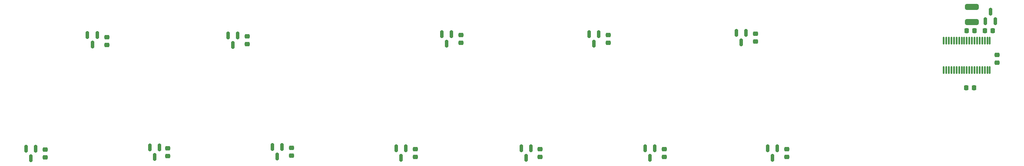
<source format=gtp>
G04 #@! TF.GenerationSoftware,KiCad,Pcbnew,(6.0.7)*
G04 #@! TF.CreationDate,2022-09-28T12:09:05-04:00*
G04 #@! TF.ProjectId,developmentboard,64657665-6c6f-4706-9d65-6e74626f6172,rev?*
G04 #@! TF.SameCoordinates,Original*
G04 #@! TF.FileFunction,Paste,Top*
G04 #@! TF.FilePolarity,Positive*
%FSLAX46Y46*%
G04 Gerber Fmt 4.6, Leading zero omitted, Abs format (unit mm)*
G04 Created by KiCad (PCBNEW (6.0.7)) date 2022-09-28 12:09:05*
%MOMM*%
%LPD*%
G01*
G04 APERTURE LIST*
G04 Aperture macros list*
%AMRoundRect*
0 Rectangle with rounded corners*
0 $1 Rounding radius*
0 $2 $3 $4 $5 $6 $7 $8 $9 X,Y pos of 4 corners*
0 Add a 4 corners polygon primitive as box body*
4,1,4,$2,$3,$4,$5,$6,$7,$8,$9,$2,$3,0*
0 Add four circle primitives for the rounded corners*
1,1,$1+$1,$2,$3*
1,1,$1+$1,$4,$5*
1,1,$1+$1,$6,$7*
1,1,$1+$1,$8,$9*
0 Add four rect primitives between the rounded corners*
20,1,$1+$1,$2,$3,$4,$5,0*
20,1,$1+$1,$4,$5,$6,$7,0*
20,1,$1+$1,$6,$7,$8,$9,0*
20,1,$1+$1,$8,$9,$2,$3,0*%
G04 Aperture macros list end*
%ADD10RoundRect,0.225000X-0.225000X-0.250000X0.225000X-0.250000X0.225000X0.250000X-0.225000X0.250000X0*%
%ADD11RoundRect,0.225000X0.225000X0.250000X-0.225000X0.250000X-0.225000X-0.250000X0.225000X-0.250000X0*%
%ADD12RoundRect,0.150000X-0.150000X0.587500X-0.150000X-0.587500X0.150000X-0.587500X0.150000X0.587500X0*%
%ADD13RoundRect,0.225000X0.250000X-0.225000X0.250000X0.225000X-0.250000X0.225000X-0.250000X-0.225000X0*%
%ADD14RoundRect,0.225000X-0.250000X0.225000X-0.250000X-0.225000X0.250000X-0.225000X0.250000X0.225000X0*%
%ADD15RoundRect,0.150000X0.150000X-0.587500X0.150000X0.587500X-0.150000X0.587500X-0.150000X-0.587500X0*%
%ADD16RoundRect,0.250000X1.075000X-0.312500X1.075000X0.312500X-1.075000X0.312500X-1.075000X-0.312500X0*%
%ADD17RoundRect,0.075000X-0.075000X0.662500X-0.075000X-0.662500X0.075000X-0.662500X0.075000X0.662500X0*%
G04 APERTURE END LIST*
D10*
X248638000Y-89656000D03*
X250188000Y-89656000D03*
D11*
X246505000Y-100838000D03*
X244955000Y-100838000D03*
D12*
X111640750Y-112425000D03*
X109740750Y-112425000D03*
X110690750Y-114300000D03*
D13*
X113484750Y-114137500D03*
X113484750Y-112587500D03*
X210004750Y-114391500D03*
X210004750Y-112841500D03*
D10*
X245082000Y-89656000D03*
X246632000Y-89656000D03*
D13*
X146492000Y-92039500D03*
X146492000Y-90489500D03*
X89354750Y-114216000D03*
X89354750Y-112666000D03*
D14*
X250994000Y-94348000D03*
X250994000Y-95898000D03*
D13*
X65478750Y-114470000D03*
X65478750Y-112920000D03*
X175194000Y-92039500D03*
X175194000Y-90489500D03*
X186128750Y-114391500D03*
X186128750Y-112841500D03*
X203896000Y-91785500D03*
X203896000Y-90235500D03*
D12*
X102992000Y-90581000D03*
X101092000Y-90581000D03*
X102042000Y-92456000D03*
X160154750Y-112679000D03*
X158254750Y-112679000D03*
X159204750Y-114554000D03*
D13*
X137614750Y-114391500D03*
X137614750Y-112841500D03*
D12*
X75626000Y-90502500D03*
X73726000Y-90502500D03*
X74676000Y-92377500D03*
D15*
X248744000Y-87793500D03*
X250644000Y-87793500D03*
X249694000Y-85918500D03*
D16*
X246094000Y-87918500D03*
X246094000Y-84993500D03*
D13*
X104836000Y-92293500D03*
X104836000Y-90743500D03*
D12*
X63634750Y-112757500D03*
X61734750Y-112757500D03*
X62684750Y-114632500D03*
X135770750Y-112679000D03*
X133870750Y-112679000D03*
X134820750Y-114554000D03*
X144648000Y-90327000D03*
X142748000Y-90327000D03*
X143698000Y-92202000D03*
X208160750Y-112679000D03*
X206260750Y-112679000D03*
X207210750Y-114554000D03*
X202052000Y-90073000D03*
X200152000Y-90073000D03*
X201102000Y-91948000D03*
D13*
X161920250Y-114391500D03*
X161920250Y-112841500D03*
D12*
X173350000Y-90327000D03*
X171450000Y-90327000D03*
X172400000Y-92202000D03*
D17*
X249595000Y-91625500D03*
X249095000Y-91625500D03*
X248595000Y-91625500D03*
X248095000Y-91625500D03*
X247595000Y-91625500D03*
X247095000Y-91625500D03*
X246595000Y-91625500D03*
X246095000Y-91625500D03*
X245595000Y-91625500D03*
X245095000Y-91625500D03*
X244595000Y-91625500D03*
X244095000Y-91625500D03*
X243595000Y-91625500D03*
X243095000Y-91625500D03*
X242595000Y-91625500D03*
X242095000Y-91625500D03*
X241595000Y-91625500D03*
X241095000Y-91625500D03*
X240595000Y-91625500D03*
X240595000Y-97350500D03*
X241095000Y-97350500D03*
X241595000Y-97350500D03*
X242095000Y-97350500D03*
X242595000Y-97350500D03*
X243095000Y-97350500D03*
X243595000Y-97350500D03*
X244095000Y-97350500D03*
X244595000Y-97350500D03*
X245095000Y-97350500D03*
X245595000Y-97350500D03*
X246095000Y-97350500D03*
X246595000Y-97350500D03*
X247095000Y-97350500D03*
X247595000Y-97350500D03*
X248095000Y-97350500D03*
X248595000Y-97350500D03*
X249095000Y-97350500D03*
X249595000Y-97350500D03*
D12*
X184284750Y-112679000D03*
X182384750Y-112679000D03*
X183334750Y-114554000D03*
X87764750Y-112503500D03*
X85864750Y-112503500D03*
X86814750Y-114378500D03*
D13*
X77470000Y-92469000D03*
X77470000Y-90919000D03*
M02*

</source>
